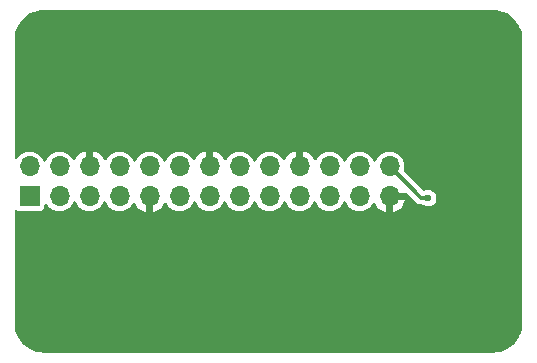
<source format=gbr>
%TF.GenerationSoftware,KiCad,Pcbnew,9.0.0*%
%TF.CreationDate,2025-03-02T17:24:29+03:00*%
%TF.ProjectId,PM_HMI-Touch,504d5f48-4d49-42d5-946f-7563682e6b69,rev?*%
%TF.SameCoordinates,Original*%
%TF.FileFunction,Copper,L2,Bot*%
%TF.FilePolarity,Positive*%
%FSLAX46Y46*%
G04 Gerber Fmt 4.6, Leading zero omitted, Abs format (unit mm)*
G04 Created by KiCad (PCBNEW 9.0.0) date 2025-03-02 17:24:29*
%MOMM*%
%LPD*%
G01*
G04 APERTURE LIST*
%TA.AperFunction,ComponentPad*%
%ADD10R,1.700000X1.700000*%
%TD*%
%TA.AperFunction,ComponentPad*%
%ADD11O,1.700000X1.700000*%
%TD*%
%TA.AperFunction,ViaPad*%
%ADD12C,0.600000*%
%TD*%
%TA.AperFunction,Conductor*%
%ADD13C,0.300000*%
%TD*%
G04 APERTURE END LIST*
D10*
%TO.P,J3,1,Pin_1*%
%TO.N,unconnected-(J3-Pin_1-Pad1)*%
X-15225000Y-1275000D03*
D11*
%TO.P,J3,2,Pin_2*%
%TO.N,+5V*%
X-15225000Y1265000D03*
%TO.P,J3,3,Pin_3*%
%TO.N,unconnected-(J3-Pin_3-Pad3)*%
X-12685000Y-1275000D03*
%TO.P,J3,4,Pin_4*%
%TO.N,+5V*%
X-12685000Y1265000D03*
%TO.P,J3,5,Pin_5*%
%TO.N,unconnected-(J3-Pin_5-Pad5)*%
X-10145000Y-1275000D03*
%TO.P,J3,6,Pin_6*%
%TO.N,GND*%
X-10145000Y1265000D03*
%TO.P,J3,7,Pin_7*%
%TO.N,unconnected-(J3-Pin_7-Pad7)*%
X-7605000Y-1275000D03*
%TO.P,J3,8,Pin_8*%
%TO.N,unconnected-(J3-Pin_8-Pad8)*%
X-7605000Y1265000D03*
%TO.P,J3,9,Pin_9*%
%TO.N,GND*%
X-5065000Y-1275000D03*
%TO.P,J3,10,Pin_10*%
%TO.N,unconnected-(J3-Pin_10-Pad10)*%
X-5065000Y1265000D03*
%TO.P,J3,11,Pin_11*%
%TO.N,unconnected-(J3-Pin_11-Pad11)*%
X-2525000Y-1275000D03*
%TO.P,J3,12,Pin_12*%
%TO.N,unconnected-(J3-Pin_12-Pad12)*%
X-2525000Y1265000D03*
%TO.P,J3,13,Pin_13*%
%TO.N,unconnected-(J3-Pin_13-Pad13)*%
X15000Y-1275000D03*
%TO.P,J3,14,Pin_14*%
%TO.N,GND*%
X15000Y1265000D03*
%TO.P,J3,15,Pin_15*%
%TO.N,unconnected-(J3-Pin_15-Pad15)*%
X2555000Y-1275000D03*
%TO.P,J3,16,Pin_16*%
%TO.N,unconnected-(J3-Pin_16-Pad16)*%
X2555000Y1265000D03*
%TO.P,J3,17,Pin_17*%
%TO.N,unconnected-(J3-Pin_17-Pad17)*%
X5095000Y-1275000D03*
%TO.P,J3,18,Pin_18*%
%TO.N,unconnected-(J3-Pin_18-Pad18)*%
X5095000Y1265000D03*
%TO.P,J3,19,Pin_19*%
%TO.N,/MOSI*%
X7635000Y-1275000D03*
%TO.P,J3,20,Pin_20*%
%TO.N,GND*%
X7635000Y1265000D03*
%TO.P,J3,21,Pin_21*%
%TO.N,/MISO*%
X10175000Y-1275000D03*
%TO.P,J3,22,Pin_22*%
%TO.N,/INT*%
X10175000Y1265000D03*
%TO.P,J3,23,Pin_23*%
%TO.N,/SCK*%
X12715000Y-1275000D03*
%TO.P,J3,24,Pin_24*%
%TO.N,unconnected-(J3-Pin_24-Pad24)*%
X12715000Y1265000D03*
%TO.P,J3,25,Pin_25*%
%TO.N,GND*%
X15255000Y-1275000D03*
%TO.P,J3,26,Pin_26*%
%TO.N,/CS*%
X15255000Y1265000D03*
%TD*%
D12*
%TO.N,/CS*%
X18521020Y-1421020D03*
%TD*%
D13*
%TO.N,/CS*%
X17920000Y-1400000D02*
X15255000Y1265000D01*
X18521020Y-1421020D02*
X18500000Y-1400000D01*
X18500000Y-1400000D02*
X17920000Y-1400000D01*
%TO.N,/SCK*%
X12900000Y-1460000D02*
X12715000Y-1275000D01*
%TD*%
%TA.AperFunction,Conductor*%
%TO.N,GND*%
G36*
X24003736Y14499274D02*
G01*
X24293796Y14481729D01*
X24308659Y14479924D01*
X24590798Y14428220D01*
X24605335Y14424637D01*
X24879172Y14339305D01*
X24893163Y14334000D01*
X25154743Y14216273D01*
X25167989Y14209320D01*
X25413465Y14060925D01*
X25425776Y14052427D01*
X25651573Y13875527D01*
X25662781Y13865597D01*
X25865596Y13662782D01*
X25875526Y13651574D01*
X25995481Y13498462D01*
X26052422Y13425783D01*
X26060928Y13413460D01*
X26209316Y13167996D01*
X26216275Y13154737D01*
X26333997Y12893169D01*
X26339306Y12879168D01*
X26424635Y12605337D01*
X26428219Y12590799D01*
X26479923Y12308660D01*
X26481728Y12293795D01*
X26499274Y12003737D01*
X26499500Y11996250D01*
X26499500Y-11996249D01*
X26499274Y-12003736D01*
X26481728Y-12293794D01*
X26479923Y-12308659D01*
X26428219Y-12590798D01*
X26424635Y-12605336D01*
X26339306Y-12879167D01*
X26333997Y-12893168D01*
X26216275Y-13154736D01*
X26209316Y-13167995D01*
X26060928Y-13413459D01*
X26052422Y-13425782D01*
X25875526Y-13651573D01*
X25865596Y-13662781D01*
X25662781Y-13865596D01*
X25651573Y-13875526D01*
X25425782Y-14052422D01*
X25413459Y-14060928D01*
X25167995Y-14209316D01*
X25154736Y-14216275D01*
X24893168Y-14333997D01*
X24879167Y-14339306D01*
X24605336Y-14424635D01*
X24590798Y-14428219D01*
X24308659Y-14479923D01*
X24293794Y-14481728D01*
X24003736Y-14499274D01*
X23996249Y-14499500D01*
X-13996249Y-14499500D01*
X-14003736Y-14499274D01*
X-14293795Y-14481728D01*
X-14308660Y-14479923D01*
X-14590799Y-14428219D01*
X-14605337Y-14424635D01*
X-14879168Y-14339306D01*
X-14893169Y-14333997D01*
X-15154737Y-14216275D01*
X-15167996Y-14209316D01*
X-15413460Y-14060928D01*
X-15425783Y-14052422D01*
X-15651574Y-13875526D01*
X-15662782Y-13865596D01*
X-15865597Y-13662781D01*
X-15875527Y-13651573D01*
X-16052427Y-13425776D01*
X-16060925Y-13413465D01*
X-16209320Y-13167989D01*
X-16216273Y-13154743D01*
X-16334000Y-12893163D01*
X-16339307Y-12879167D01*
X-16424636Y-12605336D01*
X-16428220Y-12590798D01*
X-16479924Y-12308659D01*
X-16481729Y-12293794D01*
X-16499274Y-12003736D01*
X-16499500Y-11996249D01*
X-16499500Y-2560546D01*
X-16479815Y-2493507D01*
X-16427011Y-2447752D01*
X-16357853Y-2437808D01*
X-16319204Y-2450062D01*
X-16313345Y-2453047D01*
X-16313342Y-2453050D01*
X-16200306Y-2510645D01*
X-16200304Y-2510646D01*
X-16200302Y-2510647D01*
X-16106525Y-2525499D01*
X-16106519Y-2525500D01*
X-14343482Y-2525499D01*
X-14249696Y-2510646D01*
X-14136658Y-2453050D01*
X-14046950Y-2363342D01*
X-13989354Y-2250304D01*
X-13989354Y-2250302D01*
X-13989353Y-2250301D01*
X-13974501Y-2156524D01*
X-13974500Y-2156519D01*
X-13974501Y-2009263D01*
X-13954817Y-1942227D01*
X-13902013Y-1896472D01*
X-13832855Y-1886528D01*
X-13769299Y-1915553D01*
X-13750183Y-1936380D01*
X-13638828Y-2089646D01*
X-13499646Y-2228828D01*
X-13340405Y-2344524D01*
X-13257545Y-2386743D01*
X-13165030Y-2433882D01*
X-13165028Y-2433882D01*
X-13165025Y-2433884D01*
X-13106038Y-2453050D01*
X-12977827Y-2494709D01*
X-12783422Y-2525500D01*
X-12783417Y-2525500D01*
X-12586578Y-2525500D01*
X-12392174Y-2494709D01*
X-12388475Y-2493507D01*
X-12204975Y-2433884D01*
X-12029595Y-2344524D01*
X-11870354Y-2228828D01*
X-11731172Y-2089646D01*
X-11615476Y-1930405D01*
X-11581320Y-1863370D01*
X-11525485Y-1753787D01*
X-11477511Y-1702990D01*
X-11409690Y-1686195D01*
X-11343555Y-1708732D01*
X-11304515Y-1753787D01*
X-11214526Y-1930403D01*
X-11210183Y-1936380D01*
X-11098828Y-2089646D01*
X-10959646Y-2228828D01*
X-10800405Y-2344524D01*
X-10717545Y-2386743D01*
X-10625030Y-2433882D01*
X-10625028Y-2433882D01*
X-10625025Y-2433884D01*
X-10566038Y-2453050D01*
X-10437827Y-2494709D01*
X-10243422Y-2525500D01*
X-10243417Y-2525500D01*
X-10046578Y-2525500D01*
X-9852174Y-2494709D01*
X-9848475Y-2493507D01*
X-9664975Y-2433884D01*
X-9489595Y-2344524D01*
X-9330354Y-2228828D01*
X-9191172Y-2089646D01*
X-9075476Y-1930405D01*
X-9041320Y-1863370D01*
X-8985485Y-1753787D01*
X-8937511Y-1702990D01*
X-8869690Y-1686195D01*
X-8803555Y-1708732D01*
X-8764515Y-1753787D01*
X-8674526Y-1930403D01*
X-8670183Y-1936380D01*
X-8558828Y-2089646D01*
X-8419646Y-2228828D01*
X-8260405Y-2344524D01*
X-8177545Y-2386743D01*
X-8085030Y-2433882D01*
X-8085028Y-2433882D01*
X-8085025Y-2433884D01*
X-8026038Y-2453050D01*
X-7897827Y-2494709D01*
X-7703422Y-2525500D01*
X-7703417Y-2525500D01*
X-7506578Y-2525500D01*
X-7312174Y-2494709D01*
X-7308475Y-2493507D01*
X-7124975Y-2433884D01*
X-6949595Y-2344524D01*
X-6790354Y-2228828D01*
X-6651172Y-2089646D01*
X-6535476Y-1930405D01*
X-6501321Y-1863370D01*
X-6453348Y-1812575D01*
X-6385527Y-1795779D01*
X-6319392Y-1818316D01*
X-6280352Y-1863370D01*
X-6219625Y-1982552D01*
X-6219624Y-1982553D01*
X-6094728Y-2154459D01*
X-6094724Y-2154464D01*
X-5944465Y-2304723D01*
X-5944460Y-2304727D01*
X-5772558Y-2429620D01*
X-5583218Y-2526095D01*
X-5381129Y-2591757D01*
X-5365000Y-2594312D01*
X-5365000Y-1679144D01*
X-5257993Y-1740925D01*
X-5130826Y-1775000D01*
X-4999174Y-1775000D01*
X-4872007Y-1740925D01*
X-4765000Y-1679144D01*
X-4765000Y-2594311D01*
X-4748874Y-2591757D01*
X-4748871Y-2591757D01*
X-4546783Y-2526095D01*
X-4357443Y-2429620D01*
X-4185541Y-2304727D01*
X-4185536Y-2304723D01*
X-4035277Y-2154464D01*
X-4035273Y-2154459D01*
X-3910380Y-1982557D01*
X-3849650Y-1863370D01*
X-3801676Y-1812574D01*
X-3733855Y-1795779D01*
X-3667720Y-1818316D01*
X-3628680Y-1863370D01*
X-3616880Y-1886528D01*
X-3594524Y-1930405D01*
X-3478828Y-2089646D01*
X-3339646Y-2228828D01*
X-3180405Y-2344524D01*
X-3097545Y-2386743D01*
X-3005030Y-2433882D01*
X-3005028Y-2433882D01*
X-3005025Y-2433884D01*
X-2946038Y-2453050D01*
X-2817827Y-2494709D01*
X-2623422Y-2525500D01*
X-2623417Y-2525500D01*
X-2426578Y-2525500D01*
X-2232174Y-2494709D01*
X-2228475Y-2493507D01*
X-2044975Y-2433884D01*
X-1869595Y-2344524D01*
X-1710354Y-2228828D01*
X-1571172Y-2089646D01*
X-1455476Y-1930405D01*
X-1421320Y-1863370D01*
X-1365485Y-1753787D01*
X-1317511Y-1702990D01*
X-1249690Y-1686195D01*
X-1183555Y-1708732D01*
X-1144515Y-1753787D01*
X-1054526Y-1930403D01*
X-1050183Y-1936380D01*
X-938828Y-2089646D01*
X-799646Y-2228828D01*
X-640405Y-2344524D01*
X-557545Y-2386743D01*
X-465030Y-2433882D01*
X-465028Y-2433882D01*
X-465025Y-2433884D01*
X-406038Y-2453050D01*
X-277827Y-2494709D01*
X-83422Y-2525500D01*
X-83417Y-2525500D01*
X113422Y-2525500D01*
X307826Y-2494709D01*
X311525Y-2493507D01*
X495025Y-2433884D01*
X670405Y-2344524D01*
X829646Y-2228828D01*
X968828Y-2089646D01*
X1084524Y-1930405D01*
X1118680Y-1863370D01*
X1174515Y-1753787D01*
X1222489Y-1702990D01*
X1290310Y-1686195D01*
X1356445Y-1708732D01*
X1395485Y-1753787D01*
X1485474Y-1930403D01*
X1489817Y-1936380D01*
X1601172Y-2089646D01*
X1740354Y-2228828D01*
X1899595Y-2344524D01*
X1982455Y-2386743D01*
X2074970Y-2433882D01*
X2074972Y-2433882D01*
X2074975Y-2433884D01*
X2133962Y-2453050D01*
X2262173Y-2494709D01*
X2456578Y-2525500D01*
X2456583Y-2525500D01*
X2653422Y-2525500D01*
X2847826Y-2494709D01*
X2851525Y-2493507D01*
X3035025Y-2433884D01*
X3210405Y-2344524D01*
X3369646Y-2228828D01*
X3508828Y-2089646D01*
X3624524Y-1930405D01*
X3658680Y-1863370D01*
X3714515Y-1753787D01*
X3762489Y-1702990D01*
X3830310Y-1686195D01*
X3896445Y-1708732D01*
X3935485Y-1753787D01*
X4025474Y-1930403D01*
X4029817Y-1936380D01*
X4141172Y-2089646D01*
X4280354Y-2228828D01*
X4439595Y-2344524D01*
X4522455Y-2386743D01*
X4614970Y-2433882D01*
X4614972Y-2433882D01*
X4614975Y-2433884D01*
X4673962Y-2453050D01*
X4802173Y-2494709D01*
X4996578Y-2525500D01*
X4996583Y-2525500D01*
X5193422Y-2525500D01*
X5387826Y-2494709D01*
X5391525Y-2493507D01*
X5575025Y-2433884D01*
X5750405Y-2344524D01*
X5909646Y-2228828D01*
X6048828Y-2089646D01*
X6164524Y-1930405D01*
X6198680Y-1863370D01*
X6254515Y-1753787D01*
X6302489Y-1702990D01*
X6370310Y-1686195D01*
X6436445Y-1708732D01*
X6475485Y-1753787D01*
X6565474Y-1930403D01*
X6569817Y-1936380D01*
X6681172Y-2089646D01*
X6820354Y-2228828D01*
X6979595Y-2344524D01*
X7062455Y-2386743D01*
X7154970Y-2433882D01*
X7154972Y-2433882D01*
X7154975Y-2433884D01*
X7213962Y-2453050D01*
X7342173Y-2494709D01*
X7536578Y-2525500D01*
X7536583Y-2525500D01*
X7733422Y-2525500D01*
X7927826Y-2494709D01*
X7931525Y-2493507D01*
X8115025Y-2433884D01*
X8290405Y-2344524D01*
X8449646Y-2228828D01*
X8588828Y-2089646D01*
X8704524Y-1930405D01*
X8738680Y-1863370D01*
X8794515Y-1753787D01*
X8842489Y-1702990D01*
X8910310Y-1686195D01*
X8976445Y-1708732D01*
X9015485Y-1753787D01*
X9105474Y-1930403D01*
X9109817Y-1936380D01*
X9221172Y-2089646D01*
X9360354Y-2228828D01*
X9519595Y-2344524D01*
X9602455Y-2386743D01*
X9694970Y-2433882D01*
X9694972Y-2433882D01*
X9694975Y-2433884D01*
X9753962Y-2453050D01*
X9882173Y-2494709D01*
X10076578Y-2525500D01*
X10076583Y-2525500D01*
X10273422Y-2525500D01*
X10467826Y-2494709D01*
X10471525Y-2493507D01*
X10655025Y-2433884D01*
X10830405Y-2344524D01*
X10989646Y-2228828D01*
X11128828Y-2089646D01*
X11244524Y-1930405D01*
X11278680Y-1863370D01*
X11334515Y-1753787D01*
X11382489Y-1702990D01*
X11450310Y-1686195D01*
X11516445Y-1708732D01*
X11555485Y-1753787D01*
X11645474Y-1930403D01*
X11649817Y-1936380D01*
X11761172Y-2089646D01*
X11900354Y-2228828D01*
X12059595Y-2344524D01*
X12142455Y-2386743D01*
X12234970Y-2433882D01*
X12234972Y-2433882D01*
X12234975Y-2433884D01*
X12293962Y-2453050D01*
X12422173Y-2494709D01*
X12616578Y-2525500D01*
X12616583Y-2525500D01*
X12813422Y-2525500D01*
X13007826Y-2494709D01*
X13011525Y-2493507D01*
X13195025Y-2433884D01*
X13370405Y-2344524D01*
X13529646Y-2228828D01*
X13668828Y-2089646D01*
X13784524Y-1930405D01*
X13818679Y-1863370D01*
X13866652Y-1812575D01*
X13934473Y-1795779D01*
X14000608Y-1818316D01*
X14039648Y-1863370D01*
X14100375Y-1982552D01*
X14100376Y-1982553D01*
X14225272Y-2154459D01*
X14225276Y-2154464D01*
X14375535Y-2304723D01*
X14375540Y-2304727D01*
X14547442Y-2429620D01*
X14736782Y-2526095D01*
X14938871Y-2591757D01*
X14955000Y-2594312D01*
X14955000Y-1679144D01*
X15062007Y-1740925D01*
X15189174Y-1775000D01*
X15320826Y-1775000D01*
X15447993Y-1740925D01*
X15555000Y-1679144D01*
X15555000Y-2594311D01*
X15571126Y-2591757D01*
X15571129Y-2591757D01*
X15773217Y-2526095D01*
X15962557Y-2429620D01*
X16134459Y-2304727D01*
X16134464Y-2304723D01*
X16284723Y-2154464D01*
X16284727Y-2154459D01*
X16409620Y-1982557D01*
X16506095Y-1793217D01*
X16571757Y-1591129D01*
X16571757Y-1591126D01*
X16574312Y-1575000D01*
X15659144Y-1575000D01*
X15720925Y-1467993D01*
X15755000Y-1340826D01*
X15755000Y-1209174D01*
X15720925Y-1082007D01*
X15659144Y-975000D01*
X16591477Y-975000D01*
X16611185Y-962134D01*
X16681053Y-961634D01*
X16734652Y-993177D01*
X17581985Y-1840510D01*
X17581986Y-1840511D01*
X17581988Y-1840512D01*
X17685908Y-1900510D01*
X17703966Y-1910935D01*
X17707515Y-1912984D01*
X17847525Y-1950500D01*
X18014961Y-1950500D01*
X18082000Y-1970185D01*
X18083852Y-1971398D01*
X18189202Y-2041791D01*
X18189215Y-2041798D01*
X18304732Y-2089646D01*
X18316692Y-2094600D01*
X18316696Y-2094600D01*
X18316697Y-2094601D01*
X18452024Y-2121520D01*
X18452027Y-2121520D01*
X18590015Y-2121520D01*
X18681061Y-2103409D01*
X18725348Y-2094600D01*
X18852831Y-2041795D01*
X18967562Y-1965134D01*
X19065134Y-1867562D01*
X19141795Y-1752831D01*
X19194600Y-1625348D01*
X19221520Y-1490013D01*
X19221520Y-1352027D01*
X19221520Y-1352024D01*
X19194601Y-1216697D01*
X19194600Y-1216696D01*
X19194600Y-1216692D01*
X19191486Y-1209174D01*
X19141798Y-1089215D01*
X19141791Y-1089202D01*
X19065134Y-974478D01*
X19065131Y-974474D01*
X18967565Y-876908D01*
X18967561Y-876905D01*
X18852837Y-800248D01*
X18852824Y-800241D01*
X18725352Y-747441D01*
X18725342Y-747438D01*
X18590015Y-720520D01*
X18590013Y-720520D01*
X18452027Y-720520D01*
X18452025Y-720520D01*
X18316697Y-747438D01*
X18316687Y-747441D01*
X18201805Y-795027D01*
X18132336Y-802496D01*
X18069857Y-771221D01*
X18066672Y-768147D01*
X16492056Y806469D01*
X16458571Y867792D01*
X16461806Y932467D01*
X16474709Y972174D01*
X16491504Y1078216D01*
X16505500Y1166578D01*
X16505500Y1363423D01*
X16474709Y1557827D01*
X16413882Y1745030D01*
X16358679Y1853372D01*
X16324524Y1920405D01*
X16208828Y2079646D01*
X16069646Y2218828D01*
X15910405Y2334524D01*
X15735029Y2423883D01*
X15547826Y2484710D01*
X15353422Y2515500D01*
X15353417Y2515500D01*
X15156583Y2515500D01*
X15156578Y2515500D01*
X14962173Y2484710D01*
X14774970Y2423883D01*
X14599594Y2334524D01*
X14544815Y2294724D01*
X14440354Y2218828D01*
X14440352Y2218826D01*
X14440351Y2218826D01*
X14301174Y2079649D01*
X14301174Y2079648D01*
X14301172Y2079646D01*
X14257773Y2019913D01*
X14185476Y1920406D01*
X14095485Y1743787D01*
X14047511Y1692991D01*
X13979690Y1676196D01*
X13913555Y1698733D01*
X13874515Y1743787D01*
X13818679Y1853372D01*
X13784524Y1920405D01*
X13668828Y2079646D01*
X13529646Y2218828D01*
X13370405Y2334524D01*
X13195029Y2423883D01*
X13007826Y2484710D01*
X12813422Y2515500D01*
X12813417Y2515500D01*
X12616583Y2515500D01*
X12616578Y2515500D01*
X12422173Y2484710D01*
X12234970Y2423883D01*
X12059594Y2334524D01*
X12004815Y2294724D01*
X11900354Y2218828D01*
X11900352Y2218826D01*
X11900351Y2218826D01*
X11761174Y2079649D01*
X11761174Y2079648D01*
X11761172Y2079646D01*
X11717773Y2019913D01*
X11645476Y1920406D01*
X11555485Y1743787D01*
X11507511Y1692991D01*
X11439690Y1676196D01*
X11373555Y1698733D01*
X11334515Y1743787D01*
X11278679Y1853372D01*
X11244524Y1920405D01*
X11128828Y2079646D01*
X10989646Y2218828D01*
X10830405Y2334524D01*
X10655029Y2423883D01*
X10467826Y2484710D01*
X10273422Y2515500D01*
X10273417Y2515500D01*
X10076583Y2515500D01*
X10076578Y2515500D01*
X9882173Y2484710D01*
X9694970Y2423883D01*
X9519594Y2334524D01*
X9464815Y2294724D01*
X9360354Y2218828D01*
X9360352Y2218826D01*
X9360351Y2218826D01*
X9221174Y2079649D01*
X9221174Y2079648D01*
X9221172Y2079646D01*
X9177773Y2019913D01*
X9105474Y1920403D01*
X9071319Y1853370D01*
X9023345Y1802575D01*
X8955524Y1785780D01*
X8889389Y1808318D01*
X8850350Y1853371D01*
X8789620Y1972558D01*
X8664727Y2144460D01*
X8664723Y2144465D01*
X8514464Y2294724D01*
X8514459Y2294728D01*
X8342557Y2419621D01*
X8153217Y2516096D01*
X7951124Y2581759D01*
X7935000Y2584314D01*
X7935000Y1669145D01*
X7827993Y1730925D01*
X7700826Y1765000D01*
X7569174Y1765000D01*
X7442007Y1730925D01*
X7335000Y1669145D01*
X7335000Y2584313D01*
X7334999Y2584314D01*
X7318875Y2581759D01*
X7116782Y2516096D01*
X6927442Y2419621D01*
X6755540Y2294728D01*
X6755535Y2294724D01*
X6605276Y2144465D01*
X6605272Y2144460D01*
X6480377Y1972556D01*
X6419648Y1853370D01*
X6371674Y1802575D01*
X6303852Y1785780D01*
X6237718Y1808318D01*
X6198679Y1853372D01*
X6164525Y1920404D01*
X6126632Y1972558D01*
X6048828Y2079646D01*
X5909646Y2218828D01*
X5750405Y2334524D01*
X5575029Y2423883D01*
X5387826Y2484710D01*
X5193422Y2515500D01*
X5193417Y2515500D01*
X4996583Y2515500D01*
X4996578Y2515500D01*
X4802173Y2484710D01*
X4614970Y2423883D01*
X4439594Y2334524D01*
X4384815Y2294724D01*
X4280354Y2218828D01*
X4280352Y2218826D01*
X4280351Y2218826D01*
X4141174Y2079649D01*
X4141174Y2079648D01*
X4141172Y2079646D01*
X4097773Y2019913D01*
X4025476Y1920406D01*
X3935485Y1743787D01*
X3887511Y1692991D01*
X3819690Y1676196D01*
X3753555Y1698733D01*
X3714515Y1743787D01*
X3658679Y1853372D01*
X3624524Y1920405D01*
X3508828Y2079646D01*
X3369646Y2218828D01*
X3210405Y2334524D01*
X3035029Y2423883D01*
X2847826Y2484710D01*
X2653422Y2515500D01*
X2653417Y2515500D01*
X2456583Y2515500D01*
X2456578Y2515500D01*
X2262173Y2484710D01*
X2074970Y2423883D01*
X1899594Y2334524D01*
X1844815Y2294724D01*
X1740354Y2218828D01*
X1740352Y2218826D01*
X1740351Y2218826D01*
X1601174Y2079649D01*
X1601174Y2079648D01*
X1601172Y2079646D01*
X1557773Y2019913D01*
X1485474Y1920403D01*
X1451319Y1853370D01*
X1403345Y1802575D01*
X1335524Y1785780D01*
X1269389Y1808318D01*
X1230350Y1853371D01*
X1169620Y1972558D01*
X1044727Y2144460D01*
X1044723Y2144465D01*
X894464Y2294724D01*
X894459Y2294728D01*
X722557Y2419621D01*
X533217Y2516096D01*
X331124Y2581759D01*
X315000Y2584314D01*
X315000Y1669145D01*
X207993Y1730925D01*
X80826Y1765000D01*
X-50826Y1765000D01*
X-177993Y1730925D01*
X-285000Y1669145D01*
X-285000Y2584313D01*
X-285001Y2584314D01*
X-301125Y2581759D01*
X-503218Y2516096D01*
X-692558Y2419621D01*
X-864460Y2294728D01*
X-864465Y2294724D01*
X-1014724Y2144465D01*
X-1014728Y2144460D01*
X-1139623Y1972556D01*
X-1200352Y1853370D01*
X-1248326Y1802575D01*
X-1316148Y1785780D01*
X-1382282Y1808318D01*
X-1421321Y1853372D01*
X-1455475Y1920404D01*
X-1493368Y1972558D01*
X-1571172Y2079646D01*
X-1710354Y2218828D01*
X-1869595Y2334524D01*
X-2044971Y2423883D01*
X-2232174Y2484710D01*
X-2426578Y2515500D01*
X-2426583Y2515500D01*
X-2623417Y2515500D01*
X-2623422Y2515500D01*
X-2817827Y2484710D01*
X-3005030Y2423883D01*
X-3180406Y2334524D01*
X-3235185Y2294724D01*
X-3339646Y2218828D01*
X-3339648Y2218826D01*
X-3339649Y2218826D01*
X-3478826Y2079649D01*
X-3478826Y2079648D01*
X-3478828Y2079646D01*
X-3522227Y2019913D01*
X-3594524Y1920406D01*
X-3684515Y1743787D01*
X-3732489Y1692991D01*
X-3800310Y1676196D01*
X-3866445Y1698733D01*
X-3905485Y1743787D01*
X-3961321Y1853372D01*
X-3995476Y1920405D01*
X-4111172Y2079646D01*
X-4250354Y2218828D01*
X-4409595Y2334524D01*
X-4584971Y2423883D01*
X-4772174Y2484710D01*
X-4966578Y2515500D01*
X-4966583Y2515500D01*
X-5163417Y2515500D01*
X-5163422Y2515500D01*
X-5357827Y2484710D01*
X-5545030Y2423883D01*
X-5720406Y2334524D01*
X-5775185Y2294724D01*
X-5879646Y2218828D01*
X-5879648Y2218826D01*
X-5879649Y2218826D01*
X-6018826Y2079649D01*
X-6018826Y2079648D01*
X-6018828Y2079646D01*
X-6062227Y2019913D01*
X-6134524Y1920406D01*
X-6224515Y1743787D01*
X-6272489Y1692991D01*
X-6340310Y1676196D01*
X-6406445Y1698733D01*
X-6445485Y1743787D01*
X-6501321Y1853372D01*
X-6535476Y1920405D01*
X-6651172Y2079646D01*
X-6790354Y2218828D01*
X-6949595Y2334524D01*
X-7124971Y2423883D01*
X-7312174Y2484710D01*
X-7506578Y2515500D01*
X-7506583Y2515500D01*
X-7703417Y2515500D01*
X-7703422Y2515500D01*
X-7897827Y2484710D01*
X-8085030Y2423883D01*
X-8260406Y2334524D01*
X-8315185Y2294724D01*
X-8419646Y2218828D01*
X-8419648Y2218826D01*
X-8419649Y2218826D01*
X-8558826Y2079649D01*
X-8558826Y2079648D01*
X-8558828Y2079646D01*
X-8602227Y2019913D01*
X-8674526Y1920403D01*
X-8708681Y1853370D01*
X-8756655Y1802575D01*
X-8824476Y1785780D01*
X-8890611Y1808318D01*
X-8929650Y1853371D01*
X-8990380Y1972558D01*
X-9115273Y2144460D01*
X-9115277Y2144465D01*
X-9265536Y2294724D01*
X-9265541Y2294728D01*
X-9437443Y2419621D01*
X-9626783Y2516096D01*
X-9828876Y2581759D01*
X-9845000Y2584314D01*
X-9845000Y1669145D01*
X-9952007Y1730925D01*
X-10079174Y1765000D01*
X-10210826Y1765000D01*
X-10337993Y1730925D01*
X-10445000Y1669145D01*
X-10445000Y2584313D01*
X-10445001Y2584314D01*
X-10461125Y2581759D01*
X-10663218Y2516096D01*
X-10852558Y2419621D01*
X-11024460Y2294728D01*
X-11024465Y2294724D01*
X-11174724Y2144465D01*
X-11174728Y2144460D01*
X-11299623Y1972556D01*
X-11360352Y1853370D01*
X-11408326Y1802575D01*
X-11476148Y1785780D01*
X-11542282Y1808318D01*
X-11581321Y1853372D01*
X-11615475Y1920404D01*
X-11653368Y1972558D01*
X-11731172Y2079646D01*
X-11870354Y2218828D01*
X-12029595Y2334524D01*
X-12204971Y2423883D01*
X-12392174Y2484710D01*
X-12586578Y2515500D01*
X-12586583Y2515500D01*
X-12783417Y2515500D01*
X-12783422Y2515500D01*
X-12977827Y2484710D01*
X-13165030Y2423883D01*
X-13340406Y2334524D01*
X-13395185Y2294724D01*
X-13499646Y2218828D01*
X-13499648Y2218826D01*
X-13499649Y2218826D01*
X-13638826Y2079649D01*
X-13638826Y2079648D01*
X-13638828Y2079646D01*
X-13682227Y2019913D01*
X-13754524Y1920406D01*
X-13844515Y1743787D01*
X-13892489Y1692991D01*
X-13960310Y1676196D01*
X-14026445Y1698733D01*
X-14065485Y1743787D01*
X-14121321Y1853372D01*
X-14155476Y1920405D01*
X-14271172Y2079646D01*
X-14410354Y2218828D01*
X-14569595Y2334524D01*
X-14744971Y2423883D01*
X-14932174Y2484710D01*
X-15126578Y2515500D01*
X-15126583Y2515500D01*
X-15323417Y2515500D01*
X-15323422Y2515500D01*
X-15517827Y2484710D01*
X-15705030Y2423883D01*
X-15880406Y2334524D01*
X-15935185Y2294724D01*
X-16039646Y2218828D01*
X-16039648Y2218826D01*
X-16039649Y2218826D01*
X-16178827Y2079648D01*
X-16275182Y1947027D01*
X-16330513Y1904362D01*
X-16400126Y1898383D01*
X-16461921Y1930989D01*
X-16496278Y1991828D01*
X-16499500Y2019913D01*
X-16499500Y11996250D01*
X-16499274Y12003737D01*
X-16481729Y12293795D01*
X-16479924Y12308660D01*
X-16428220Y12590799D01*
X-16424636Y12605337D01*
X-16347904Y12851578D01*
X-16339304Y12879178D01*
X-16334002Y12893159D01*
X-16216269Y13154751D01*
X-16209324Y13167984D01*
X-16060920Y13413474D01*
X-16052433Y13425770D01*
X-15875520Y13651583D01*
X-15865605Y13662774D01*
X-15662774Y13865605D01*
X-15651583Y13875520D01*
X-15425770Y14052433D01*
X-15413474Y14060920D01*
X-15167984Y14209324D01*
X-15154751Y14216269D01*
X-14893159Y14334002D01*
X-14879178Y14339304D01*
X-14605332Y14424638D01*
X-14590803Y14428220D01*
X-14308656Y14479925D01*
X-14293799Y14481729D01*
X-14003736Y14499274D01*
X-13996249Y14499500D01*
X-13934108Y14499500D01*
X23934108Y14499500D01*
X23996249Y14499500D01*
X24003736Y14499274D01*
G37*
%TD.AperFunction*%
%TD*%
M02*

</source>
